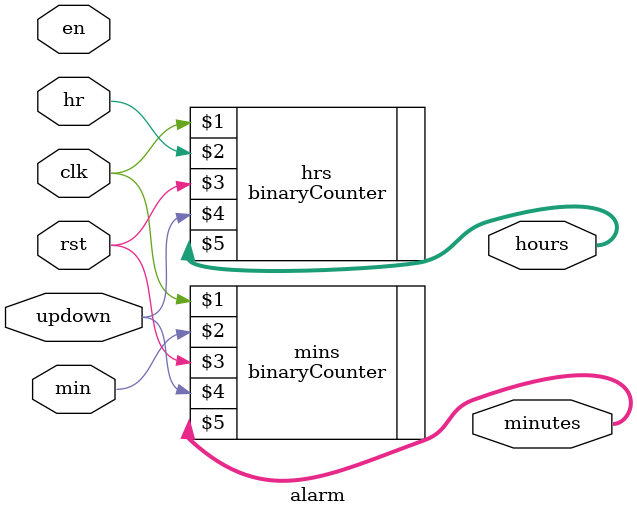
<source format=v>
`timescale 1ns / 1ps


module alarm(input clk,en,rst,output [5:0] minutes, output [4:0] hours, input hr,input min, input updown); // min was 6:0
    binaryCounter #(6,60) mins (clk, min,rst,updown, minutes); // this was 7,60
    binaryCounter #(5,24) hrs (clk, hr, rst,updown, hours);
endmodule

</source>
